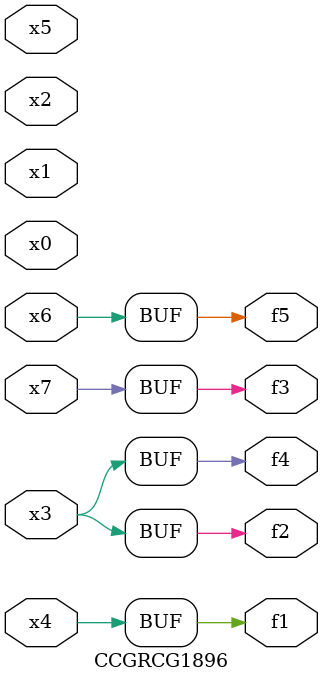
<source format=v>
module CCGRCG1896(
	input x0, x1, x2, x3, x4, x5, x6, x7,
	output f1, f2, f3, f4, f5
);
	assign f1 = x4;
	assign f2 = x3;
	assign f3 = x7;
	assign f4 = x3;
	assign f5 = x6;
endmodule

</source>
